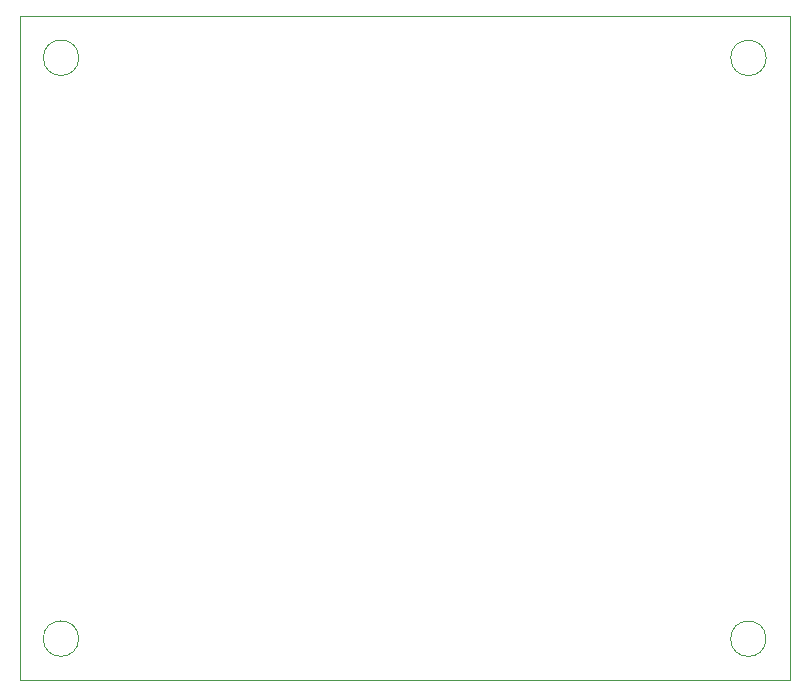
<source format=gm1>
G04 #@! TF.GenerationSoftware,KiCad,Pcbnew,(5.1.7)-1*
G04 #@! TF.CreationDate,2020-10-28T11:25:42+01:00*
G04 #@! TF.ProjectId,E-Ink,452d496e-6b2e-46b6-9963-61645f706362,rev?*
G04 #@! TF.SameCoordinates,Original*
G04 #@! TF.FileFunction,Profile,NP*
%FSLAX46Y46*%
G04 Gerber Fmt 4.6, Leading zero omitted, Abs format (unit mm)*
G04 Created by KiCad (PCBNEW (5.1.7)-1) date 2020-10-28 11:25:42*
%MOMM*%
%LPD*%
G01*
G04 APERTURE LIST*
G04 #@! TA.AperFunction,Profile*
%ADD10C,0.050000*%
G04 #@! TD*
G04 APERTURE END LIST*
D10*
X163200000Y-47310000D02*
G75*
G03*
X163200000Y-47310000I-1500000J0D01*
G01*
X163190000Y-96490000D02*
G75*
G03*
X163190000Y-96490000I-1500000J0D01*
G01*
X104990000Y-96480000D02*
G75*
G03*
X104990000Y-96480000I-1500000J0D01*
G01*
X105000000Y-47300000D02*
G75*
G03*
X105000000Y-47300000I-1500000J0D01*
G01*
X165200000Y-99990000D02*
X99990000Y-99990000D01*
X165200000Y-43800000D02*
X165200000Y-99990000D01*
X99990000Y-43800000D02*
X165200000Y-43800000D01*
X99990000Y-99990000D02*
X99990000Y-43800000D01*
M02*

</source>
